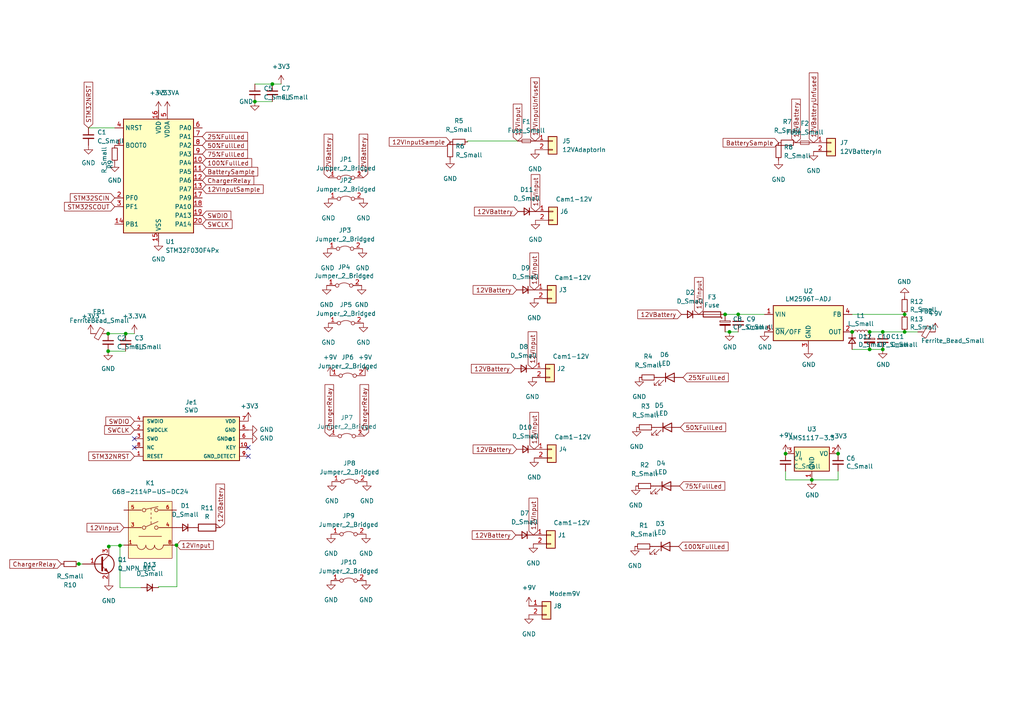
<source format=kicad_sch>
(kicad_sch (version 20211123) (generator eeschema)
  (paper "A4")
  (lib_symbols
    (symbol "Connector_Generic:Conn_01x02" (pin_names (offset 1.016) hide)
      (property "Reference" "J" (at 0 2.54 0))
      (property "Value" "Conn_01x02" (at 0 -5.08 0))
      (symbol "Conn_01x02_1_1"
        (rectangle (start -1.27 -2.413) (end 0 -2.667) (stroke (width 0.1524)))
        (rectangle (start -1.27 0.127) (end 0 -0.127) (stroke (width 0.1524)))
        (rectangle (start -1.27 1.27) (end 1.27 -3.81) (stroke (width 0.254)) (fill (type background)))
        (pin passive line (at -5.08 0 0) (length 3.81) (name "Pin_1") (number "1"))
        (pin passive line (at -5.08 -2.54 0) (length 3.81) (name "Pin_2") (number "2"))
      )
    )
    (symbol "Device:C_Small" (pin_numbers hide) (pin_names (offset 0.254) hide)
      (property "Reference" "C" (at 0.254 1.778 0))
      (property "Value" "C_Small" (at 0.254 -2.032 0))
      (symbol "C_Small_0_1"
        (polyline (pts (xy -1.524 -0.508) (xy 1.524 -0.508)) (stroke (width 0.3302)))
        (polyline (pts (xy -1.524 0.508) (xy 1.524 0.508)) (stroke (width 0.3048)))
      )
      (symbol "C_Small_1_1"
        (pin passive line (at 0 2.54 270) (length 2.032) (name "~") (number "1"))
        (pin passive line (at 0 -2.54 90) (length 2.032) (name "~") (number "2"))
      )
    )
    (symbol "Device:D_Small" (pin_numbers hide) (pin_names (offset 0.254) hide)
      (property "Reference" "D" (at -1.27 2.032 0))
      (property "Value" "D_Small" (at -3.81 -2.032 0))
      (symbol "D_Small_0_1"
        (polyline (pts (xy -0.762 -1.016) (xy -0.762 1.016)) (stroke (width 0.254)))
        (polyline (pts (xy -0.762 0) (xy 0.762 0)))
        (polyline (pts (xy 0.762 -1.016) (xy -0.762 0) (xy 0.762 1.016) (xy 0.762 -1.016)) (stroke (width 0.254)))
      )
      (symbol "D_Small_1_1"
        (pin passive line (at -2.54 0 0) (length 1.778) (name "K") (number "1"))
        (pin passive line (at 2.54 0 180) (length 1.778) (name "A") (number "2"))
      )
    )
    (symbol "Device:FerriteBead_Small" (pin_numbers hide) (pin_names (offset 0))
      (property "Reference" "FB" (at 1.905 1.27 0))
      (property "Value" "FerriteBead_Small" (at 1.905 -1.27 0))
      (symbol "FerriteBead_Small_0_1"
        (polyline (pts (xy 0 -1.27) (xy 0 -0.7874)))
        (polyline (pts (xy 0 0.889) (xy 0 1.2954)))
        (polyline (pts (xy -1.8288 0.2794) (xy -1.1176 1.4986) (xy 1.8288 -0.2032) (xy 1.1176 -1.4224) (xy -1.8288 0.2794)))
      )
      (symbol "FerriteBead_Small_1_1"
        (pin passive line (at 0 2.54 270) (length 1.27) (name "~") (number "1"))
        (pin passive line (at 0 -2.54 90) (length 1.27) (name "~") (number "2"))
      )
    )
    (symbol "Device:Fuse" (pin_numbers hide) (pin_names (offset 0))
      (property "Reference" "F" (at 2.032 0 90))
      (property "Value" "Fuse" (at -1.905 0 90))
      (symbol "Fuse_0_1"
        (rectangle (start -0.762 -2.54) (end 0.762 2.54) (stroke (width 0.254)))
        (polyline (pts (xy 0 2.54) (xy 0 -2.54)))
      )
      (symbol "Fuse_1_1"
        (pin passive line (at 0 3.81 270) (length 1.27) (name "~") (number "1"))
        (pin passive line (at 0 -3.81 90) (length 1.27) (name "~") (number "2"))
      )
    )
    (symbol "Device:Fuse_Small" (pin_numbers hide) (pin_names (offset 0.254) hide)
      (property "Reference" "F" (at 0 -1.524 0))
      (property "Value" "Fuse_Small" (at 0 1.524 0))
      (symbol "Fuse_Small_0_1"
        (rectangle (start -1.27 0.508) (end 1.27 -0.508))
        (polyline (pts (xy -1.27 0) (xy 1.27 0)))
      )
      (symbol "Fuse_Small_1_1"
        (pin passive line (at -2.54 0 0) (length 1.27) (name "~") (number "1"))
        (pin passive line (at 2.54 0 180) (length 1.27) (name "~") (number "2"))
      )
    )
    (symbol "Device:LED" (pin_numbers hide) (pin_names (offset 1.016) hide)
      (property "Reference" "D" (at 0 2.54 0))
      (property "Value" "LED" (at 0 -2.54 0))
      (symbol "LED_0_1"
        (polyline (pts (xy -1.27 -1.27) (xy -1.27 1.27)) (stroke (width 0.254)))
        (polyline (pts (xy -1.27 0) (xy 1.27 0)))
        (polyline (pts (xy 1.27 -1.27) (xy 1.27 1.27) (xy -1.27 0) (xy 1.27 -1.27)) (stroke (width 0.254)))
        (polyline (pts (xy -3.048 -0.762) (xy -4.572 -2.286) (xy -3.81 -2.286) (xy -4.572 -2.286) (xy -4.572 -1.524)))
        (polyline (pts (xy -1.778 -0.762) (xy -3.302 -2.286) (xy -2.54 -2.286) (xy -3.302 -2.286) (xy -3.302 -1.524)))
      )
      (symbol "LED_1_1"
        (pin passive line (at -3.81 0 0) (length 2.54) (name "K") (number "1"))
        (pin passive line (at 3.81 0 180) (length 2.54) (name "A") (number "2"))
      )
    )
    (symbol "Device:L_Small" (pin_numbers hide) (pin_names (offset 0.254) hide)
      (property "Reference" "L" (at 0.762 1.016 0))
      (property "Value" "L_Small" (at 0.762 -1.016 0))
      (symbol "L_Small_0_1"
        (arc (start 0 -2.032) (mid 0.508 -1.524) (end 0 -1.016))
        (arc (start 0 -1.016) (mid 0.508 -0.508) (end 0 0))
        (arc (start 0 0) (mid 0.508 0.508) (end 0 1.016))
        (arc (start 0 1.016) (mid 0.508 1.524) (end 0 2.032))
      )
      (symbol "L_Small_1_1"
        (pin passive line (at 0 2.54 270) (length 0.508) (name "~") (number "1"))
        (pin passive line (at 0 -2.54 90) (length 0.508) (name "~") (number "2"))
      )
    )
    (symbol "Device:Q_NPN_BEC" (pin_names (offset 0) hide)
      (property "Reference" "Q" (at 5.08 1.27 0))
      (property "Value" "Q_NPN_BEC" (at 5.08 -1.27 0))
      (symbol "Q_NPN_BEC_0_1"
        (polyline (pts (xy 0.635 0.635) (xy 2.54 2.54)))
        (polyline (pts (xy 0.635 -0.635) (xy 2.54 -2.54) (xy 2.54 -2.54)))
        (polyline (pts (xy 0.635 1.905) (xy 0.635 -1.905) (xy 0.635 -1.905)) (stroke (width 0.508)))
        (polyline (pts (xy 1.27 -1.778) (xy 1.778 -1.27) (xy 2.286 -2.286) (xy 1.27 -1.778) (xy 1.27 -1.778)) (fill (type outline)))
        (circle (center 1.27 0) (radius 2.8194) (stroke (width 0.254)))
      )
      (symbol "Q_NPN_BEC_1_1"
        (pin input line (at -5.08 0 0) (length 5.715) (name "B") (number "1"))
        (pin passive line (at 2.54 -5.08 90) (length 2.54) (name "E") (number "2"))
        (pin passive line (at 2.54 5.08 270) (length 2.54) (name "C") (number "3"))
      )
    )
    (symbol "Device:R" (pin_numbers hide) (pin_names (offset 0))
      (property "Reference" "R" (at 2.032 0 90))
      (property "Value" "R" (at 0 0 90))
      (symbol "R_0_1"
        (rectangle (start -1.016 -2.54) (end 1.016 2.54) (stroke (width 0.254)))
      )
      (symbol "R_1_1"
        (pin passive line (at 0 3.81 270) (length 1.27) (name "~") (number "1"))
        (pin passive line (at 0 -3.81 90) (length 1.27) (name "~") (number "2"))
      )
    )
    (symbol "Device:R_Small" (pin_numbers hide) (pin_names (offset 0.254) hide)
      (property "Reference" "R" (at 0.762 0.508 0))
      (property "Value" "R_Small" (at 0.762 -1.016 0))
      (symbol "R_Small_0_1"
        (rectangle (start -0.762 1.778) (end 0.762 -1.778) (stroke (width 0.2032)))
      )
      (symbol "R_Small_1_1"
        (pin passive line (at 0 2.54 270) (length 0.762) (name "~") (number "1"))
        (pin passive line (at 0 -2.54 90) (length 0.762) (name "~") (number "2"))
      )
    )
    (symbol "Jumper:Jumper_2_Bridged" (pin_names (offset 0) hide)
      (property "Reference" "JP" (at 0 1.905 0))
      (property "Value" "Jumper_2_Bridged" (at 0 -2.54 0))
      (symbol "Jumper_2_Bridged_0_0"
        (circle (center -2.032 0) (radius 0.508))
        (circle (center 2.032 0) (radius 0.508))
      )
      (symbol "Jumper_2_Bridged_0_1"
        (arc (start 1.524 0.254) (mid 0 0.762) (end -1.524 0.254))
      )
      (symbol "Jumper_2_Bridged_1_1"
        (pin passive line (at -5.08 0 0) (length 2.54) (name "A") (number "1"))
        (pin passive line (at 5.08 0 180) (length 2.54) (name "B") (number "2"))
      )
    )
    (symbol "MCU_ST_STM32F0:STM32F030F4Px"
      (property "Reference" "U" (at -10.16 16.51 0))
      (property "Value" "STM32F030F4Px" (at 5.08 16.51 0))
      (symbol "STM32F030F4Px_0_1"
        (rectangle (start -10.16 -17.78) (end 10.16 15.24) (stroke (width 0.254)) (fill (type background)))
      )
      (symbol "STM32F030F4Px_1_1"
        (pin input line (at -12.7 7.62 0) (length 2.54) (name "BOOT0") (number "1"))
        (pin bidirectional line (at 12.7 2.54 180) (length 2.54) (name "PA4") (number "10"))
        (pin bidirectional line (at 12.7 0 180) (length 2.54) (name "PA5") (number "11"))
        (pin bidirectional line (at 12.7 -2.54 180) (length 2.54) (name "PA6") (number "12"))
        (pin bidirectional line (at 12.7 -5.08 180) (length 2.54) (name "PA7") (number "13"))
        (pin bidirectional line (at -12.7 -15.24 0) (length 2.54) (name "PB1") (number "14"))
        (pin power_in line (at 0 -20.32 90) (length 2.54) (name "VSS") (number "15"))
        (pin power_in line (at 0 17.78 270) (length 2.54) (name "VDD") (number "16"))
        (pin bidirectional line (at 12.7 -7.62 180) (length 2.54) (name "PA9") (number "17"))
        (pin bidirectional line (at 12.7 -10.16 180) (length 2.54) (name "PA10") (number "18"))
        (pin bidirectional line (at 12.7 -12.7 180) (length 2.54) (name "PA13") (number "19"))
        (pin input line (at -12.7 -7.62 0) (length 2.54) (name "PF0") (number "2"))
        (pin bidirectional line (at 12.7 -15.24 180) (length 2.54) (name "PA14") (number "20"))
        (pin input line (at -12.7 -10.16 0) (length 2.54) (name "PF1") (number "3"))
        (pin input line (at -12.7 12.7 0) (length 2.54) (name "NRST") (number "4"))
        (pin power_in line (at 2.54 17.78 270) (length 2.54) (name "VDDA") (number "5"))
        (pin bidirectional line (at 12.7 12.7 180) (length 2.54) (name "PA0") (number "6"))
        (pin bidirectional line (at 12.7 10.16 180) (length 2.54) (name "PA1") (number "7"))
        (pin bidirectional line (at 12.7 7.62 180) (length 2.54) (name "PA2") (number "8"))
        (pin bidirectional line (at 12.7 5.08 180) (length 2.54) (name "PA3") (number "9"))
      )
    )
    (symbol "Regulator_Linear:AMS1117-3.3" (pin_names (offset 0.254))
      (property "Reference" "U" (at -3.81 3.175 0))
      (property "Value" "AMS1117-3.3" (at 0 3.175 0))
      (symbol "AMS1117-3.3_0_1"
        (rectangle (start -5.08 -5.08) (end 5.08 1.905) (stroke (width 0.254)) (fill (type background)))
      )
      (symbol "AMS1117-3.3_1_1"
        (pin power_in line (at 0 -7.62 90) (length 2.54) (name "GND") (number "1"))
        (pin power_out line (at 7.62 0 180) (length 2.54) (name "VO") (number "2"))
        (pin power_in line (at -7.62 0 0) (length 2.54) (name "VI") (number "3"))
      )
    )
    (symbol "Regulator_Switching:LM2596T-ADJ"
      (property "Reference" "U" (at -10.16 6.35 0))
      (property "Value" "LM2596T-ADJ" (at 0 6.35 0))
      (symbol "LM2596T-ADJ_0_1"
        (rectangle (start -10.16 5.08) (end 10.16 -5.08) (stroke (width 0.254)) (fill (type background)))
      )
      (symbol "LM2596T-ADJ_1_1"
        (pin power_in line (at -12.7 2.54 0) (length 2.54) (name "VIN") (number "1"))
        (pin output line (at 12.7 -2.54 180) (length 2.54) (name "OUT") (number "2"))
        (pin power_in line (at 0 -7.62 90) (length 2.54) (name "GND") (number "3"))
        (pin input line (at 12.7 2.54 180) (length 2.54) (name "FB") (number "4"))
        (pin input line (at -12.7 -2.54 0) (length 2.54) (name "~{ON}/OFF") (number "5"))
      )
    )
    (symbol "SmartPoultryFarm-rescue:CP_Small-Device" (pin_numbers hide) (pin_names (offset 0.254) hide)
      (property "Reference" "C" (at 0.254 1.778 0))
      (property "Value" "CP_Small-Device" (at 0.254 -2.032 0))
      (symbol "CP_Small-Device_0_1"
        (rectangle (start -1.524 -0.3048) (end 1.524 -0.6858) (fill (type outline)))
        (rectangle (start -1.524 0.6858) (end 1.524 0.3048))
        (polyline (pts (xy -1.27 1.524) (xy -0.762 1.524)))
        (polyline (pts (xy -1.016 1.27) (xy -1.016 1.778)))
      )
      (symbol "CP_Small-Device_1_1"
        (pin passive line (at 0 2.54 270) (length 1.8542) (name "~") (number "1"))
        (pin passive line (at 0 -2.54 90) (length 1.8542) (name "~") (number "2"))
      )
    )
    (symbol "SmartPoultryFarm-rescue:Ferrite_Bead_Small-Device" (pin_numbers hide) (pin_names (offset 0))
      (property "Reference" "FB" (at 1.905 1.27 0))
      (property "Value" "Ferrite_Bead_Small-Device" (at 1.905 -1.27 0))
      (symbol "Ferrite_Bead_Small-Device_0_1"
        (polyline (pts (xy 0 -1.27) (xy 0 -0.7874)))
        (polyline (pts (xy 0 0.889) (xy 0 1.2954)))
        (polyline (pts (xy -1.8288 0.2794) (xy -1.1176 1.4986) (xy 1.8288 -0.2032) (xy 1.1176 -1.4224) (xy -1.8288 0.2794)))
      )
      (symbol "Ferrite_Bead_Small-Device_1_1"
        (pin passive line (at 0 2.54 270) (length 1.27) (name "~") (number "1"))
        (pin passive line (at 0 -2.54 90) (length 1.27) (name "~") (number "2"))
      )
    )
    (symbol "SmartPoultryFarm-rescue:SWD-SWD" (pin_names (offset 1.016))
      (property "Reference" "J2" (at 0 10.5918 0))
      (property "Value" "SWD" (at 0 8.2804 0))
      (symbol "SWD-SWD_0_0"
        (rectangle (start -13.97 -6.35) (end 13.97 6.35) (stroke (width 0.254)) (fill (type background)))
        (pin bidirectional line (at -16.51 -5.08 0) (length 2.54) (name "RESET") (number "1"))
        (pin bidirectional line (at 16.51 -2.54 180) (length 2.54) (name "KEY") (number "10"))
        (pin bidirectional line (at -16.51 2.54 0) (length 2.54) (name "SWDCLK") (number "2"))
        (pin bidirectional line (at -16.51 0 0) (length 2.54) (name "SWO") (number "3"))
        (pin bidirectional line (at -16.51 5.08 0) (length 2.54) (name "SWDIO") (number "4"))
        (pin bidirectional line (at 16.51 2.54 180) (length 2.54) (name "GND") (number "5"))
        (pin bidirectional line (at 16.51 0 180) (length 2.54) (name "GND@1") (number "6"))
        (pin bidirectional line (at 16.51 5.08 180) (length 2.54) (name "VDD") (number "7"))
        (pin bidirectional line (at -16.51 -2.54 0) (length 2.54) (name "NC") (number "8"))
        (pin bidirectional line (at 16.51 -5.08 180) (length 2.54) (name "GND_DETECT") (number "9"))
      )
    )
    (symbol "eec:G6B-2114P-US-DC24" (pin_names (offset 1.016))
      (property "Reference" "K?" (at 10.16 5.842 0))
      (property "Value" "G6B-2114P-US-DC24" (at 10.16 3.302 0))
      (symbol "G6B-2114P-US-DC24_0_1"
        (rectangle (start 16.51 2.54) (end 3.81 -13.97) (fill (type background)))
      )
      (symbol "G6B-2114P-US-DC24_1_1"
        (polyline (pts (xy 8.89 -4.826) (xy 12.446 -3.302)))
        (polyline (pts (xy 8.89 0.254) (xy 12.446 1.016)))
        (polyline (pts (xy 10.414 -3.302) (xy 10.414 -4.064)))
        (polyline (pts (xy 10.414 -2.032) (xy 10.414 -2.54)))
        (polyline (pts (xy 10.414 -0.762) (xy 10.414 -1.27)))
        (polyline (pts (xy 10.414 0.508) (xy 10.414 0)))
        (polyline (pts (xy 13.462 -7.62) (xy 6.858 -7.62)))
        (arc (start 6.35 -10.16) (mid 7.62 -11.43) (end 8.89 -10.16))
        (circle (center 8.382 -5.08) (radius 0.508))
        (circle (center 8.382 0) (radius 0.508))
        (arc (start 8.89 -10.16) (mid 10.16 -11.43) (end 11.43 -10.16))
        (arc (start 11.43 -10.16) (mid 12.7 -11.43) (end 13.97 -10.16))
        (circle (center 11.938 -5.08) (radius 0.508))
        (circle (center 11.938 0) (radius 0.508))
        (pin passive line (at 2.54 -10.16 0) (length 3.81) (name "1") (number "1"))
        (pin passive line (at 2.54 -5.08 0) (length 5.08) (name "3") (number "3"))
        (pin passive line (at 17.78 -5.08 180) (length 5.08) (name "4") (number "4"))
        (pin passive line (at 2.54 0 0) (length 5.08) (name "5") (number "5"))
        (pin passive line (at 17.78 0 180) (length 5.08) (name "6") (number "6"))
        (pin passive line (at 17.78 -10.16 180) (length 3.81) (name "8") (number "8"))
      )
    )
    (symbol "power:+3.3V" (power) (pin_names (offset 0))
      (property "Value" "+3.3V" (at 0 3.556 0))
      (symbol "+3.3V_0_1"
        (polyline (pts (xy -0.762 1.27) (xy 0 2.54)))
        (polyline (pts (xy 0 0) (xy 0 2.54)))
        (polyline (pts (xy 0 2.54) (xy 0.762 1.27)))
      )
      (symbol "+3.3V_1_1"
        (pin power_in line (at 0 0 90) (length 0) hide (name "+3V3") (number "1"))
      )
    )
    (symbol "power:+3.3VA" (power) (pin_names (offset 0))
      (property "Value" "+3.3VA" (at 0 3.556 0))
      (symbol "+3.3VA_0_1"
        (polyline (pts (xy -0.762 1.27) (xy 0 2.54)))
        (polyline (pts (xy 0 0) (xy 0 2.54)))
        (polyline (pts (xy 0 2.54) (xy 0.762 1.27)))
      )
      (symbol "+3.3VA_1_1"
        (pin power_in line (at 0 0 90) (length 0) hide (name "+3.3VA") (number "1"))
      )
    )
    (symbol "power:+9V" (power) (pin_names (offset 0))
      (property "Value" "+9V" (at 0 3.556 0))
      (symbol "+9V_0_1"
        (polyline (pts (xy -0.762 1.27) (xy 0 2.54)))
        (polyline (pts (xy 0 0) (xy 0 2.54)))
        (polyline (pts (xy 0 2.54) (xy 0.762 1.27)))
      )
      (symbol "+9V_1_1"
        (pin power_in line (at 0 0 90) (length 0) hide (name "+9V") (number "1"))
      )
    )
    (symbol "power:GND" (power) (pin_names (offset 0))
      (property "Value" "GND" (at 0 -3.81 0))
      (symbol "GND_0_1"
        (polyline (pts (xy 0 0) (xy 0 -1.27) (xy 1.27 -1.27) (xy 0 -2.54) (xy -1.27 -1.27) (xy 0 -1.27)))
      )
      (symbol "GND_1_1"
        (pin power_in line (at 0 0 270) (length 0) hide (name "GND") (number "1"))
      )
    )
  )
  (junction (at 31.369 96.774))
  (junction (at 252.222 96.266))
  (junction (at 31.369 101.854))
  (junction (at 51.181 158.115))
  (junction (at 262.382 96.266))
  (junction (at 73.914 29.464))
  (junction (at 256.032 96.266))
  (junction (at 36.449 96.774))
  (junction (at 227.838 131.572))
  (junction (at 210.312 91.186))
  (junction (at 34.798 158.242))
  (junction (at 211.582 96.266))
  (junction (at 214.122 91.186))
  (junction (at 262.382 91.186))
  (junction (at 256.032 101.346))
  (junction (at 235.458 139.192))
  (junction (at 243.078 131.572))
  (junction (at 31.5514 158.5101))
  (junction (at 22.86 163.576))
  (junction (at 247.142 96.266))
  (junction (at 78.994 24.384))
  (junction (at 252.222 101.346))
  (no_connect (at 72.009 129.794))
  (no_connect (at 38.989 129.794))
  (no_connect (at 72.009 132.334))
  (no_connect (at 38.989 127.254))
  (wire (pts (xy 45.974 170.18) (xy 45.974 170.434)))
  (wire (pts (xy 23.9314 163.5901) (xy 22.86 163.5901)))
  (wire (pts (xy 36.449 96.774) (xy 38.989 96.774)))
  (wire (pts (xy 247.142 91.186) (xy 262.382 91.186)))
  (wire (pts (xy 243.078 136.652) (xy 243.078 139.192)))
  (wire (pts (xy 252.222 101.346) (xy 247.142 101.346)))
  (wire (pts (xy 34.798 158.242) (xy 31.5514 158.242)))
  (wire (pts (xy 256.032 96.266) (xy 252.222 96.266)))
  (wire (pts (xy 73.914 24.384) (xy 78.994 24.384)))
  (wire (pts (xy 31.5514 158.242) (xy 31.5514 158.5101)))
  (wire (pts (xy 35.941 158.115) (xy 34.798 158.115)))
  (wire (pts (xy 51.308 170.18) (xy 51.308 158.115)))
  (wire (pts (xy 31.369 96.774) (xy 36.449 96.774)))
  (wire (pts (xy 256.032 96.266) (xy 262.382 96.266)))
  (wire (pts (xy 150.114 40.894) (xy 135.636 40.894)))
  (wire (pts (xy 214.122 91.186) (xy 221.742 91.186)))
  (wire (pts (xy 235.458 139.192) (xy 227.838 139.192)))
  (wire (pts (xy 31.5514 158.5101) (xy 31.5514 158.75)))
  (wire (pts (xy 25.654 37.084) (xy 33.274 37.084)))
  (wire (pts (xy 78.994 24.384) (xy 81.534 24.384)))
  (wire (pts (xy 243.078 139.192) (xy 235.458 139.192)))
  (wire (pts (xy 73.914 29.464) (xy 78.994 29.464)))
  (wire (pts (xy 34.798 158.242) (xy 34.798 170.434)))
  (wire (pts (xy 34.798 158.115) (xy 34.798 158.242)))
  (wire (pts (xy 210.312 91.186) (xy 214.122 91.186)))
  (wire (pts (xy 211.582 96.266) (xy 210.312 96.266)))
  (wire (pts (xy 214.122 96.266) (xy 211.582 96.266)))
  (wire (pts (xy 51.308 170.18) (xy 45.974 170.18)))
  (wire (pts (xy 31.369 101.854) (xy 36.449 101.854)))
  (wire (pts (xy 227.838 136.652) (xy 227.838 139.192)))
  (wire (pts (xy 135.636 40.894) (xy 135.636 41.148)))
  (wire (pts (xy 22.86 163.5901) (xy 22.86 163.576)))
  (wire (pts (xy 256.032 101.346) (xy 252.222 101.346)))
  (wire (pts (xy 266.192 96.266) (xy 262.382 96.266)))
  (wire (pts (xy 34.798 170.434) (xy 40.894 170.434)))
  (wire (pts (xy 51.181 158.115) (xy 51.308 158.115)))
  (global_label "12VBattery" (shape input) (at 149.86 130.302 180) (property "Intersheet References" "${INTERSHEET_REFS}" (effects hide)))
  (global_label "100%FullLed" (shape input) (at 196.85 158.496 0) (property "Intersheet References" "${INTERSHEET_REFS}" (effects hide)))
  (global_label "12VBattery" (shape input) (at 63.881 153.035 90) (property "Intersheet References" "${INTERSHEET_REFS}" (effects hide)))
  (global_label "12VBattery" (shape input) (at 149.606 155.194 180) (property "Intersheet References" "${INTERSHEET_REFS}" (effects hide)))
  (global_label "12VInput" (shape input) (at 202.692 91.186 90) (property "Intersheet References" "${INTERSHEET_REFS}" (effects hide)))
  (global_label "BatterySample" (shape input) (at 58.674 49.784 0) (property "Intersheet References" "${INTERSHEET_REFS}" (effects hide)))
  (global_label "12VInput" (shape input) (at 154.686 155.194 90) (property "Intersheet References" "${INTERSHEET_REFS}" (effects hide)))
  (global_label "12VInput" (shape input) (at 51.181 158.115 0) (property "Intersheet References" "${INTERSHEET_REFS}" (effects hide)))
  (global_label "25%FullLed" (shape input) (at 198.12 109.474 0) (property "Intersheet References" "${INTERSHEET_REFS}" (effects hide)))
  (global_label "12VInput" (shape input) (at 155.321 61.341 90) (property "Intersheet References" "${INTERSHEET_REFS}" (effects hide)))
  (global_label "12VInputSample" (shape input) (at 130.556 41.148 180) (property "Intersheet References" "${INTERSHEET_REFS}" (effects hide)))
  (global_label "75%FullLed" (shape input) (at 58.674 44.704 0) (property "Intersheet References" "${INTERSHEET_REFS}" (effects hide)))
  (global_label "STM32SCIN" (shape input) (at 33.274 57.404 180) (property "Intersheet References" "${INTERSHEET_REFS}" (effects hide)))
  (global_label "12VInputSample" (shape input) (at 58.674 54.864 0) (property "Intersheet References" "${INTERSHEET_REFS}" (effects hide)))
  (global_label "12VBattery" (shape input) (at 230.886 41.402 90) (property "Intersheet References" "${INTERSHEET_REFS}" (effects hide)))
  (global_label "12VInputUnfused" (shape input) (at 155.194 40.894 90) (property "Intersheet References" "${INTERSHEET_REFS}" (effects hide)))
  (global_label "ChargerRelay" (shape input) (at 105.664 126.492 90) (property "Intersheet References" "${INTERSHEET_REFS}" (effects hide)))
  (global_label "12VBattery" (shape input) (at 149.352 106.934 180) (property "Intersheet References" "${INTERSHEET_REFS}" (effects hide)))
  (global_label "12VBattery" (shape input) (at 150.241 61.341 180) (property "Intersheet References" "${INTERSHEET_REFS}" (effects hide)))
  (global_label "12VInput" (shape input) (at 35.941 153.035 180) (property "Intersheet References" "${INTERSHEET_REFS}" (effects hide)))
  (global_label "12VBatteryUnfused" (shape input) (at 235.966 41.402 90) (property "Intersheet References" "${INTERSHEET_REFS}" (effects hide)))
  (global_label "12VBattery" (shape input) (at 149.86 84.074 180) (property "Intersheet References" "${INTERSHEET_REFS}" (effects hide)))
  (global_label "ChargerRelay" (shape input) (at 58.674 52.324 0) (property "Intersheet References" "${INTERSHEET_REFS}" (effects hide)))
  (global_label "25%FullLed" (shape input) (at 58.674 39.624 0) (property "Intersheet References" "${INTERSHEET_REFS}" (effects hide)))
  (global_label "SWDIO" (shape input) (at 38.989 122.174 180) (property "Intersheet References" "${INTERSHEET_REFS}" (effects hide)))
  (global_label "STM32NRST" (shape input) (at 38.989 132.334 180) (property "Intersheet References" "${INTERSHEET_REFS}" (effects hide)))
  (global_label "12VInput" (shape input) (at 154.94 130.302 90) (property "Intersheet References" "${INTERSHEET_REFS}" (effects hide)))
  (global_label "12VInput" (shape input) (at 154.94 84.074 90) (property "Intersheet References" "${INTERSHEET_REFS}" (effects hide)))
  (global_label "12VBattery" (shape input) (at 197.612 91.186 180) (property "Intersheet References" "${INTERSHEET_REFS}" (effects hide)))
  (global_label "SWDIO" (shape input) (at 58.674 62.484 0) (property "Intersheet References" "${INTERSHEET_REFS}" (effects hide)))
  (global_label "ChargerRelay" (shape input) (at 95.504 126.492 90) (property "Intersheet References" "${INTERSHEET_REFS}" (effects hide)))
  (global_label "12VBattery" (shape input) (at 105.41 51.562 90) (property "Intersheet References" "${INTERSHEET_REFS}" (effects hide)))
  (global_label "50%FullLed" (shape input) (at 58.674 42.164 0) (property "Intersheet References" "${INTERSHEET_REFS}" (effects hide)))
  (global_label "STM32SCOUT" (shape input) (at 33.274 59.944 180) (property "Intersheet References" "${INTERSHEET_REFS}" (effects hide)))
  (global_label "SWCLK" (shape input) (at 58.674 65.024 0) (property "Intersheet References" "${INTERSHEET_REFS}" (effects hide)))
  (global_label "SWCLK" (shape input) (at 38.989 124.714 180) (property "Intersheet References" "${INTERSHEET_REFS}" (effects hide)))
  (global_label "50%FullLed" (shape input) (at 197.358 123.952 0) (property "Intersheet References" "${INTERSHEET_REFS}" (effects hide)))
  (global_label "STM32NRST" (shape input) (at 25.654 37.084 90) (property "Intersheet References" "${INTERSHEET_REFS}" (effects hide)))
  (global_label "100%FullLed" (shape input) (at 58.674 47.244 0) (property "Intersheet References" "${INTERSHEET_REFS}" (effects hide)))
  (global_label "BatterySample" (shape input) (at 225.806 41.402 180) (property "Intersheet References" "${INTERSHEET_REFS}" (effects hide)))
  (global_label "12VInput" (shape input) (at 150.114 40.894 90) (property "Intersheet References" "${INTERSHEET_REFS}" (effects hide)))
  (global_label "ChargerRelay" (shape input) (at 17.78 163.576 180) (property "Intersheet References" "${INTERSHEET_REFS}" (effects hide)))
  (global_label "12VBattery" (shape input) (at 95.25 51.562 90) (property "Intersheet References" "${INTERSHEET_REFS}" (effects hide)))
  (global_label "12VInput" (shape input) (at 154.432 106.934 90) (property "Intersheet References" "${INTERSHEET_REFS}" (effects hide)))
  (global_label "75%FullLed" (shape input) (at 197.104 140.97 0) (property "Intersheet References" "${INTERSHEET_REFS}" (effects hide)))
  (symbol (lib_id "Device:R_Small") (at 186.944 140.97 90) (unit 1)
    (property "Reference" "R2" (at 186.944 134.874 90))
    (property "Value" "R_Small" (at 186.944 137.414 90))
    (property "Footprint" "Resistor_SMD:R_1206_3216Metric_Pad1.30x1.75mm_HandSolder" (effects hide))
  )
  (symbol (lib_id "Device:R_Small") (at 187.198 123.952 90) (unit 1)
    (property "Reference" "R3" (at 187.198 117.856 90))
    (property "Value" "R_Small" (at 187.198 120.396 90))
    (property "Footprint" "Resistor_SMD:R_1206_3216Metric_Pad1.30x1.75mm_HandSolder" (effects hide))
  )
  (symbol (lib_id "Device:D_Small") (at 152.146 155.194 180) (unit 1)
    (property "Reference" "D7" (at 152.146 148.844 0))
    (property "Value" "D_Small" (at 152.146 151.384 0))
    (property "Footprint" "Diode_SMD:D_SMA_Handsoldering" (effects hide))
  )
  (symbol (lib_id "power:GND") (at 72.009 124.714 90) (unit 1)
    (property "Reference" "#PWR0132" (effects hide))
    (property "Value" "GND" (at 75.2602 124.587 90) (effects (justify right)))
  )
  (symbol (lib_id "power:GND") (at 96.012 168.402 0) (unit 1)
    (property "Reference" "#PWR0154" (effects hide))
    (property "Value" "GND" (at 96.012 173.99 0))
  )
  (symbol (lib_id "Device:D_Small") (at 200.152 91.186 180) (unit 1)
    (property "Reference" "D2" (at 200.152 84.836 0))
    (property "Value" "D_Small" (at 200.152 87.376 0))
    (property "Footprint" "Diode_SMD:D_SMA_Handsoldering" (effects hide))
  )
  (symbol (lib_id "power:+3.3V") (at 81.534 24.384 0) (unit 1)
    (property "Reference" "#PWR0121" (effects hide))
    (property "Value" "+3.3V" (at 81.534 19.304 0))
  )
  (symbol (lib_id "power:GND") (at 25.654 42.164 0) (unit 1)
    (property "Reference" "#PWR0127" (effects hide))
    (property "Value" "GND" (at 25.654 47.244 0))
  )
  (symbol (lib_id "Device:D_Small") (at 152.4 84.074 180) (unit 1)
    (property "Reference" "D9" (at 152.4 77.724 0))
    (property "Value" "D_Small" (at 152.4 80.264 0))
    (property "Footprint" "Diode_SMD:D_SMA_Handsoldering" (effects hide))
  )
  (symbol (lib_id "Connector_Generic:Conn_01x02") (at 241.046 41.402 0) (unit 1)
    (property "Reference" "J7" (at 243.586 41.4019 0) (effects (justify left)))
    (property "Value" "12VBatteryIn" (at 243.586 43.9419 0) (effects (justify left)))
    (property "Footprint" "Connector_Phoenix_MSTB:PhoenixContact_MSTBA_2,5_2-G_1x02_P5.00mm_Horizontal" (effects hide))
  )
  (symbol (lib_id "Connector_Generic:Conn_01x02") (at 160.274 40.894 0) (unit 1)
    (property "Reference" "J5" (at 163.068 40.8939 0) (effects (justify left)))
    (property "Value" "12VAdaptorIn" (at 163.068 43.4339 0) (effects (justify left)))
    (property "Footprint" "Connector_Phoenix_MSTB:PhoenixContact_MSTBA_2,5_2-G_1x02_P5.00mm_Horizontal" (effects hide))
  )
  (symbol (lib_id "power:+9V") (at 271.272 96.266 0) (unit 1)
    (property "Reference" "#PWR0120" (effects hide))
    (property "Value" "+9V" (at 271.272 90.932 0))
  )
  (symbol (lib_id "Device:C_Small") (at 78.994 26.924 0) (unit 1)
    (property "Reference" "C7" (at 81.534 25.6602 0) (effects (justify left)))
    (property "Value" "C_Small" (at 81.534 28.2002 0) (effects (justify left)))
    (property "Footprint" "Capacitor_SMD:C_1206_3216Metric_Pad1.33x1.80mm_HandSolder" (effects hide))
  )
  (symbol (lib_id "power:GND") (at 235.966 43.942 0) (unit 1)
    (property "Reference" "#PWR0109" (effects hide))
    (property "Value" "GND" (at 235.966 49.53 0))
  )
  (symbol (lib_id "power:+3.3V") (at 45.974 32.004 0) (unit 1)
    (property "Reference" "#PWR0124" (effects hide))
    (property "Value" "+3.3V" (at 45.974 26.924 0))
  )
  (symbol (lib_id "power:GND") (at 106.172 154.94 0) (unit 1)
    (property "Reference" "#PWR0151" (effects hide))
    (property "Value" "GND" (at 106.172 160.528 0))
  )
  (symbol (lib_id "Device:R_Small") (at 262.382 93.726 0) (unit 1)
    (property "Reference" "R13" (at 263.8806 92.5576 0) (effects (justify left)))
    (property "Value" "R_Small" (at 263.8806 94.869 0) (effects (justify left)))
    (property "Footprint" "Resistor_SMD:R_1206_3216Metric_Pad1.30x1.75mm_HandSolder" (effects hide))
  )
  (symbol (lib_id "power:GND") (at 94.742 82.804 0) (unit 1)
    (property "Reference" "#PWR0142" (effects hide))
    (property "Value" "GND" (at 94.742 88.392 0))
  )
  (symbol (lib_id "power:GND") (at 154.686 157.734 0) (unit 1)
    (property "Reference" "#PWR0107" (effects hide))
    (property "Value" "GND" (at 154.686 163.322 0))
  )
  (symbol (lib_id "SmartPoultryFarm-rescue:CP_Small-Device") (at 252.222 98.806 0) (unit 1)
    (property "Reference" "C10" (at 254.4572 97.6376 0) (effects (justify left)))
    (property "Value" "CP_Small" (at 254.4572 99.949 0) (effects (justify left)))
    (property "Footprint" "Capacitor_SMD:CP_Elec_10x10" (effects hide))
  )
  (symbol (lib_id "SmartPoultryFarm-rescue:Ferrite_Bead_Small-Device") (at 268.732 96.266 270) (unit 1)
    (property "Reference" "FB2" (at 268.732 90.2462 90))
    (property "Value" "Ferrite_Bead_Small" (at 276.352 98.806 90))
    (property "Footprint" "Capacitor_SMD:C_1206_3216Metric_Pad1.33x1.80mm_HandSolder" (effects hide))
  )
  (symbol (lib_id "Device:D_Small") (at 151.892 106.934 180) (unit 1)
    (property "Reference" "D8" (at 151.892 100.584 0))
    (property "Value" "D_Small" (at 151.892 103.124 0))
    (property "Footprint" "Diode_SMD:D_SMA_Handsoldering" (effects hide))
  )
  (symbol (lib_id "Regulator_Switching:LM2596T-ADJ") (at 234.442 93.726 0) (unit 1)
    (property "Reference" "U2" (at 234.442 84.4042 0))
    (property "Value" "LM2596T-ADJ" (at 234.442 86.7156 0))
    (property "Footprint" "Package_TO_SOT_SMD:TO-263-5_TabPin3" (effects hide))
    (property "Datasheet" "http://www.ti.com/lit/ds/symlink/lm2596.pdf" (effects hide))
  )
  (symbol (lib_id "Jumper:Jumper_2_Bridged") (at 99.822 82.804 0) (unit 1)
    (property "Reference" "JP4" (at 99.822 77.47 0))
    (property "Value" "Jumper_2_Bridged" (at 99.822 80.01 0))
    (property "Footprint" "Resistor_SMD:R_1206_3216Metric_Pad1.30x1.75mm_HandSolder" (effects hide))
  )
  (symbol (lib_id "Regulator_Linear:AMS1117-3.3") (at 235.458 131.572 0) (unit 1)
    (property "Reference" "U3" (at 235.458 124.46 0))
    (property "Value" "AMS1117-3.3" (at 235.458 127 0))
    (property "Footprint" "Package_TO_SOT_SMD:SOT-223-3_TabPin2" (effects hide))
    (property "Datasheet" "http://www.advanced-monolithic.com/pdf/ds1117.pdf" (effects hide))
  )
  (symbol (lib_id "power:GND") (at 106.426 139.7 0) (unit 1)
    (property "Reference" "#PWR0150" (effects hide))
    (property "Value" "GND" (at 106.426 145.288 0))
  )
  (symbol (lib_id "Device:R_Small") (at 20.32 163.576 270) (unit 1)
    (property "Reference" "R10" (at 20.32 169.672 90))
    (property "Value" "R_Small" (at 20.32 167.132 90))
    (property "Footprint" "Resistor_SMD:R_1206_3216Metric_Pad1.30x1.75mm_HandSolder" (effects hide))
  )
  (symbol (lib_id "power:+9V") (at 105.918 108.966 0) (unit 1)
    (property "Reference" "#PWR0146" (effects hide))
    (property "Value" "+9V" (at 105.918 103.632 0))
  )
  (symbol (lib_id "Device:D_Small") (at 152.4 130.302 180) (unit 1)
    (property "Reference" "D10" (at 152.4 123.952 0))
    (property "Value" "D_Small" (at 152.4 126.492 0))
    (property "Footprint" "Diode_SMD:D_SMA_Handsoldering" (effects hide))
  )
  (symbol (lib_id "power:GND") (at 185.42 109.474 0) (unit 1)
    (property "Reference" "#PWR0113" (effects hide))
    (property "Value" "GND" (at 185.42 115.062 0))
  )
  (symbol (lib_id "power:GND") (at 154.432 109.474 0) (unit 1)
    (property "Reference" "#PWR0103" (effects hide))
    (property "Value" "GND" (at 154.432 115.062 0))
  )
  (symbol (lib_id "power:GND") (at 154.94 86.614 0) (unit 1)
    (property "Reference" "#PWR0102" (effects hide))
    (property "Value" "GND" (at 154.94 92.202 0))
  )
  (symbol (lib_id "power:GND") (at 211.582 96.266 0) (unit 1)
    (property "Reference" "#PWR0115" (effects hide))
    (property "Value" "GND" (at 211.709 100.6602 0))
  )
  (symbol (lib_id "Jumper:Jumper_2_Bridged") (at 101.092 168.402 0) (unit 1)
    (property "Reference" "JP10" (at 101.092 163.068 0))
    (property "Value" "Jumper_2_Bridged" (at 101.092 165.608 0))
    (property "Footprint" "Resistor_SMD:R_1206_3216Metric_Pad1.30x1.75mm_HandSolder" (effects hide))
  )
  (symbol (lib_id "Device:R_Small") (at 225.806 43.942 180) (unit 1)
    (property "Reference" "R8" (at 227.33 42.6719 0) (effects (justify right)))
    (property "Value" "R_Small" (at 227.33 45.2119 0) (effects (justify right)))
    (property "Footprint" "Resistor_SMD:R_1206_3216Metric_Pad1.30x1.75mm_HandSolder" (effects hide))
  )
  (symbol (lib_id "power:GND") (at 95.25 93.726 0) (unit 1)
    (property "Reference" "#PWR0145" (effects hide))
    (property "Value" "GND" (at 95.25 99.314 0))
  )
  (symbol (lib_id "power:GND") (at 31.369 101.854 0) (unit 1)
    (property "Reference" "#PWR0131" (effects hide))
    (property "Value" "GND" (at 31.369 106.934 0))
  )
  (symbol (lib_id "power:GND") (at 105.156 72.136 0) (unit 1)
    (property "Reference" "#PWR0141" (effects hide))
    (property "Value" "GND" (at 105.156 77.724 0))
  )
  (symbol (lib_id "Device:C_Small") (at 227.838 134.112 0) (unit 1)
    (property "Reference" "C4" (at 230.1748 132.9436 0) (effects (justify left)))
    (property "Value" "C_Small" (at 230.1748 135.255 0) (effects (justify left)))
    (property "Footprint" "Capacitor_SMD:C_1206_3216Metric_Pad1.33x1.80mm_HandSolder" (effects hide))
  )
  (symbol (lib_id "power:GND") (at 155.321 63.881 0) (unit 1)
    (property "Reference" "#PWR0104" (effects hide))
    (property "Value" "GND" (at 155.321 69.469 0))
  )
  (symbol (lib_id "power:+3.3VA") (at 48.514 32.004 0) (unit 1)
    (property "Reference" "#PWR0125" (effects hide))
    (property "Value" "+3.3VA" (at 48.514 26.924 0))
  )
  (symbol (lib_id "Device:C_Small") (at 256.032 98.806 0) (unit 1)
    (property "Reference" "C11" (at 258.3688 97.6376 0) (effects (justify left)))
    (property "Value" "C_Small" (at 258.3688 99.949 0) (effects (justify left)))
    (property "Footprint" "Capacitor_SMD:C_1206_3216Metric_Pad1.33x1.80mm_HandSolder" (effects hide))
  )
  (symbol (lib_id "Device:C_Small") (at 214.122 93.726 0) (unit 1)
    (property "Reference" "C9" (at 216.4588 92.5576 0) (effects (justify left)))
    (property "Value" "C_Small" (at 216.4588 94.869 0) (effects (justify left)))
    (property "Footprint" "Capacitor_SMD:C_1206_3216Metric_Pad1.33x1.80mm_HandSolder" (effects hide))
  )
  (symbol (lib_id "Connector_Generic:Conn_01x02") (at 159.766 155.194 0) (unit 1)
    (property "Reference" "J1" (at 161.798 155.1939 0) (effects (justify left)))
    (property "Value" "Cam1-12V" (at 160.528 151.638 0) (effects (justify left)))
    (property "Footprint" "Connector_Phoenix_MSTB:PhoenixContact_MSTBA_2,5_2-G_1x02_P5.00mm_Horizontal" (effects hide))
  )
  (symbol (lib_id "power:GND") (at 221.742 96.266 0) (unit 1)
    (property "Reference" "#PWR0116" (effects hide))
    (property "Value" "GND" (at 221.869 100.6602 0))
  )
  (symbol (lib_id "Device:R_Small") (at 133.096 41.148 90) (unit 1)
    (property "Reference" "R5" (at 133.096 35.052 90))
    (property "Value" "R_Small" (at 133.096 37.592 90))
    (property "Footprint" "Resistor_SMD:R_1206_3216Metric_Pad1.30x1.75mm_HandSolder" (effects hide))
  )
  (symbol (lib_id "power:GND") (at 235.458 139.192 0) (unit 1)
    (property "Reference" "#PWR0126" (effects hide))
    (property "Value" "GND" (at 235.585 143.5862 0))
  )
  (symbol (lib_id "Connector_Generic:Conn_01x02") (at 158.496 175.768 0) (unit 1)
    (property "Reference" "J8" (at 160.528 175.7679 0) (effects (justify left)))
    (property "Value" "Modem9V" (at 159.258 172.212 0) (effects (justify left)))
    (property "Footprint" "Connector_Phoenix_MSTB:PhoenixContact_MSTBA_2,5_2-G_1x02_P5.00mm_Horizontal" (effects hide))
  )
  (symbol (lib_id "power:+3.3VA") (at 38.989 96.774 0) (unit 1)
    (property "Reference" "#PWR0135" (effects hide))
    (property "Value" "+3.3VA" (at 38.989 91.694 0))
  )
  (symbol (lib_id "power:GND") (at 234.442 101.346 0) (unit 1)
    (property "Reference" "#PWR0117" (effects hide))
    (property "Value" "GND" (at 234.569 105.7402 0))
  )
  (symbol (lib_id "Device:R_Small") (at 33.274 44.704 180) (unit 1)
    (property "Reference" "R9" (at 31.9585 47.7144 90))
    (property "Value" "R_Small" (at 30.2157 46.4469 90))
    (property "Footprint" "Resistor_SMD:R_1206_3216Metric_Pad1.30x1.75mm_HandSolder" (effects hide))
  )
  (symbol (lib_id "MCU_ST_STM32F0:STM32F030F4Px") (at 45.974 49.784 0) (unit 1)
    (property "Reference" "U1" (at 47.9934 70.104 0) (effects (justify left)))
    (property "Value" "STM32F030F4Px" (at 47.9934 72.644 0) (effects (justify left)))
    (property "Footprint" "Package_SO:TSSOP-20_4.4x6.5mm_P0.65mm" (effects hide))
    (property "Datasheet" "http://www.st.com/st-web-ui/static/active/en/resource/technical/document/datasheet/DM00088500.pdf" (effects hide))
  )
  (symbol (lib_id "power:GND") (at 73.914 29.464 0) (unit 1)
    (property "Reference" "#PWR0123" (effects hide))
    (property "Value" "GND" (at 71.374 29.464 0))
  )
  (symbol (lib_id "Connector_Generic:Conn_01x02") (at 160.02 130.302 0) (unit 1)
    (property "Reference" "J4" (at 162.052 130.3019 0) (effects (justify left)))
    (property "Value" "Cam1-12V" (at 160.782 126.746 0) (effects (justify left)))
    (property "Footprint" "Connector_Phoenix_MSTB:PhoenixContact_MSTBA_2,5_2-G_1x02_P5.00mm_Horizontal" (effects hide))
  )
  (symbol (lib_id "Device:Fuse") (at 206.502 91.186 270) (unit 1)
    (property "Reference" "F3" (at 206.502 86.1822 90))
    (property "Value" "Fuse" (at 206.502 88.4936 90))
    (property "Footprint" "Fuse:Fuse_1206_3216Metric_Pad1.42x1.75mm_HandSolder" (effects hide))
  )
  (symbol (lib_id "power:GND") (at 155.194 43.434 0) (unit 1)
    (property "Reference" "#PWR0101" (effects hide))
    (property "Value" "GND" (at 155.194 49.022 0))
  )
  (symbol (lib_id "Device:LED") (at 194.31 109.474 0) (unit 1)
    (property "Reference" "D6" (at 192.7225 102.87 0))
    (property "Value" "LED" (at 192.7225 105.41 0))
    (property "Footprint" "LED_SMD:LED_1206_3216Metric_Pad1.42x1.75mm_HandSolder" (effects hide))
  )
  (symbol (lib_id "Connector_Generic:Conn_01x02") (at 160.401 61.341 0) (unit 1)
    (property "Reference" "J6" (at 162.433 61.3409 0) (effects (justify left)))
    (property "Value" "Cam1-12V" (at 161.163 57.785 0) (effects (justify left)))
    (property "Footprint" "Connector_Phoenix_MSTB:PhoenixContact_MSTBA_2,5_2-G_1x02_P5.00mm_Horizontal" (effects hide))
  )
  (symbol (lib_id "power:GND") (at 104.902 82.804 0) (unit 1)
    (property "Reference" "#PWR0143" (effects hide))
    (property "Value" "GND" (at 104.902 88.392 0))
  )
  (symbol (lib_id "Device:C_Small") (at 31.369 99.314 0) (unit 1)
    (property "Reference" "C2" (at 33.909 98.0502 0) (effects (justify left)))
    (property "Value" "C_Small" (at 33.909 100.5902 0) (effects (justify left)))
    (property "Footprint" "Capacitor_SMD:C_1206_3216Metric_Pad1.33x1.80mm_HandSolder" (effects hide))
  )
  (symbol (lib_id "Connector_Generic:Conn_01x02") (at 160.02 84.074 0) (unit 1)
    (property "Reference" "J3" (at 162.052 84.0739 0) (effects (justify left)))
    (property "Value" "Cam1-12V" (at 160.782 80.518 0) (effects (justify left)))
    (property "Footprint" "Connector_Phoenix_MSTB:PhoenixContact_MSTBA_2,5_2-G_1x02_P5.00mm_Horizontal" (effects hide))
  )
  (symbol (lib_id "power:+9V") (at 95.758 108.966 0) (unit 1)
    (property "Reference" "#PWR0147" (effects hide))
    (property "Value" "+9V" (at 95.758 103.632 0))
  )
  (symbol (lib_id "power:+3.3V") (at 72.009 122.174 0) (unit 1)
    (property "Reference" "#PWR0134" (effects hide))
    (property "Value" "+3.3V" (at 72.39 117.7798 0))
  )
  (symbol (lib_id "Device:R") (at 60.071 153.035 90) (unit 1)
    (property "Reference" "R11" (at 60.071 147.32 90))
    (property "Value" "R" (at 60.071 149.86 90))
    (property "Footprint" "Resistor_THT:R_Axial_DIN0207_L6.3mm_D2.5mm_P10.16mm_Horizontal" (effects hide))
  )
  (symbol (lib_id "power:GND") (at 95.25 57.658 0) (unit 1)
    (property "Reference" "#PWR0139" (effects hide))
    (property "Value" "GND" (at 95.25 63.246 0))
  )
  (symbol (lib_id "Jumper:Jumper_2_Bridged") (at 100.838 108.966 0) (unit 1)
    (property "Reference" "JP6" (at 100.838 103.632 0))
    (property "Value" "Jumper_2_Bridged" (at 100.838 106.172 0))
    (property "Footprint" "Resistor_SMD:R_1206_3216Metric_Pad1.30x1.75mm_HandSolder" (effects hide))
  )
  (symbol (lib_id "power:GND") (at 45.974 70.104 0) (unit 1)
    (property "Reference" "#PWR0129" (effects hide))
    (property "Value" "GND" (at 45.974 75.184 0))
  )
  (symbol (lib_id "power:GND") (at 184.404 140.97 0) (unit 1)
    (property "Reference" "#PWR0110" (effects hide))
    (property "Value" "GND" (at 184.404 146.558 0))
  )
  (symbol (lib_id "Device:C_Small") (at 25.654 39.624 0) (unit 1)
    (property "Reference" "C1" (at 28.194 38.3602 0) (effects (justify left)))
    (property "Value" "C_Small" (at 28.194 40.9002 0) (effects (justify left)))
    (property "Footprint" "Capacitor_SMD:C_1206_3216Metric_Pad1.33x1.80mm_HandSolder" (effects hide))
  )
  (symbol (lib_id "power:GND") (at 72.009 127.254 90) (unit 1)
    (property "Reference" "#PWR0133" (effects hide))
    (property "Value" "GND" (at 75.2602 127.127 90) (effects (justify right)))
  )
  (symbol (lib_id "Device:LED") (at 193.294 140.97 0) (unit 1)
    (property "Reference" "D4" (at 191.7065 134.366 0))
    (property "Value" "LED" (at 191.7065 136.906 0))
    (property "Footprint" "LED_SMD:LED_1206_3216Metric_Pad1.42x1.75mm_HandSolder" (effects hide))
  )
  (symbol (lib_id "Device:LED") (at 193.548 123.952 0) (unit 1)
    (property "Reference" "D5" (at 191.1985 117.602 0))
    (property "Value" "LED" (at 191.9605 119.888 0))
    (property "Footprint" "LED_SMD:LED_1206_3216Metric_Pad1.42x1.75mm_HandSolder" (effects hide))
  )
  (symbol (lib_id "Device:R_Small") (at 130.556 43.688 180) (unit 1)
    (property "Reference" "R6" (at 132.08 42.4179 0) (effects (justify right)))
    (property "Value" "R_Small" (at 132.08 44.9579 0) (effects (justify right)))
    (property "Footprint" "Resistor_SMD:R_1206_3216Metric_Pad1.30x1.75mm_HandSolder" (effects hide))
  )
  (symbol (lib_id "SmartPoultryFarm-rescue:SWD-SWD") (at 55.499 127.254 0) (unit 1)
    (property "Reference" "Je1" (at 55.499 116.6622 0))
    (property "Value" "SWD" (at 55.499 118.9736 0))
    (property "Footprint" "Connector_IDC:IDC-Header_2x05_P2.54mm_Vertical" (effects hide))
  )
  (symbol (lib_id "power:GND") (at 184.658 123.952 0) (unit 1)
    (property "Reference" "#PWR0114" (effects hide))
    (property "Value" "GND" (at 184.658 129.54 0))
  )
  (symbol (lib_id "eec:G6B-2114P-US-DC24") (at 33.401 147.955 0) (unit 1)
    (property "Reference" "K1" (at 43.561 140.081 0))
    (property "Value" "G6B-2114P-US-DC24" (at 43.561 142.621 0))
    (property "Footprint" "OtherFootPrints:Omron-G6B-2114P-US-DC24-MFG" (effects hide))
    (property "Datasheet" "https://omronfs.omron.com/en_US/ecb/products/pdf/en-g6b.pdf" (effects hide))
    (property "ambient temperature range high" "+70°C" (effects hide))
    (property "ambient temperature range low" "-25°C" (effects hide))
    (property "automotive" "No" (effects hide))
    (property "category" "Relay" (effects hide))
    (property "coil current" "12.5mA" (effects hide))
    (property "coil power" "300mW" (effects hide))
    (property "coil resistance" "1920Ω" (effects hide))
    (property "coil type" "Non-Latching" (effects hide))
    (property "coil voltage" "24V" (effects hide))
    (property "current rating" "5A" (effects hide))
    (property "device class L1" "Electromechanical" (effects hide))
    (property "device class L2" "Relays" (effects hide))
    (property "device class L3" "Power Relays" (effects hide))
    (property "digikey description" "RELAY GEN PURPOSE DPST 5A 24V" (effects hide))
    (property "digikey part number" "Z757-ND" (effects hide))
    (property "height" "11mm" (effects hide))
    (property "lead free" "Yes" (effects hide))
    (property "library id" "eb937b87a43738b9" (effects hide))
    (property "manufacturer" "Omron" (effects hide))
    (property "mouser description" "General Purpose Relays Power PCB Relay SPST-NO + -NC 24VDC" (effects hide))
    (property "mouser part number" "653-G6B-2114P-DC24" (effects hide))
    (property "number of contacts" "2" (effects hide))
    (property "package" "PTH_RELAY_20MM0_11MM0" (effects hide))
    (property "rohs" "Yes" (effects hide))
    (property "switching current" "5A" (effects hide))
    (property "temperature range high" "+70°C" (effects hide))
    (property "temperature range low" "-25°C" (effects hide))
    (property "throw configuration" "DPST-NO/NC" (effects hide))
  )
  (symbol (lib_id "Device:LED") (at 193.04 158.496 0) (unit 1)
    (property "Reference" "D3" (at 191.4525 151.892 0))
    (property "Value" "LED" (at 191.4525 154.432 0))
    (property "Footprint" "LED_SMD:LED_1206_3216Metric_Pad1.42x1.75mm_HandSolder" (effects hide))
  )
  (symbol (lib_id "Jumper:Jumper_2_Bridged") (at 100.33 51.562 0) (unit 1)
    (property "Reference" "JP1" (at 100.33 46.228 0))
    (property "Value" "Jumper_2_Bridged" (at 100.33 48.768 0))
    (property "Footprint" "Resistor_SMD:R_1206_3216Metric_Pad1.30x1.75mm_HandSolder" (effects hide))
  )
  (symbol (lib_id "Device:L_Small") (at 249.682 96.266 90) (unit 1)
    (property "Reference" "L1" (at 249.682 91.567 90))
    (property "Value" "L_Small" (at 249.682 93.8784 90))
    (property "Footprint" "Inductor_SMD:L_12x12mm_H6mm" (effects hide))
  )
  (symbol (lib_id "Device:C_Small") (at 73.914 26.924 0) (unit 1)
    (property "Reference" "C5" (at 76.454 25.6602 0) (effects (justify left)))
    (property "Value" "C_Small" (at 76.454 28.2002 0) (effects (justify left)))
    (property "Footprint" "Capacitor_SMD:C_1206_3216Metric_Pad1.33x1.80mm_HandSolder" (effects hide))
  )
  (symbol (lib_id "power:+3.3V") (at 26.289 96.774 0) (unit 1)
    (property "Reference" "#PWR0136" (effects hide))
    (property "Value" "+3.3V" (at 26.289 91.694 0))
  )
  (symbol (lib_id "SmartPoultryFarm-rescue:CP_Small-Device") (at 210.312 93.726 0) (unit 1)
    (property "Reference" "C8" (at 212.5472 92.5576 0) (effects (justify left)))
    (property "Value" "CP_Small" (at 212.5472 94.869 0) (effects (justify left)))
    (property "Footprint" "Capacitor_SMD:CP_Elec_10x10" (effects hide))
  )
  (symbol (lib_id "Device:R_Small") (at 187.96 109.474 90) (unit 1)
    (property "Reference" "R4" (at 187.96 103.378 90))
    (property "Value" "R_Small" (at 187.96 105.918 90))
    (property "Footprint" "Resistor_SMD:R_1206_3216Metric_Pad1.30x1.75mm_HandSolder" (effects hide))
  )
  (symbol (lib_id "power:GND") (at 256.032 101.346 0) (unit 1)
    (property "Reference" "#PWR0119" (effects hide))
    (property "Value" "GND" (at 256.159 105.7402 0))
  )
  (symbol (lib_id "power:GND") (at 105.41 57.658 0) (unit 1)
    (property "Reference" "#PWR0138" (effects hide))
    (property "Value" "GND" (at 105.41 63.246 0))
  )
  (symbol (lib_id "power:GND") (at 130.556 46.228 0) (unit 1)
    (property "Reference" "#PWR0112" (effects hide))
    (property "Value" "GND" (at 130.556 51.816 0))
  )
  (symbol (lib_id "power:GND") (at 262.382 86.106 180) (unit 1)
    (property "Reference" "#PWR0118" (effects hide))
    (property "Value" "GND" (at 262.255 81.7118 0))
  )
  (symbol (lib_id "Device:R_Small") (at 262.382 88.646 0) (unit 1)
    (property "Reference" "R12" (at 263.8806 87.4776 0) (effects (justify left)))
    (property "Value" "R_Small" (at 263.8806 89.789 0) (effects (justify left)))
    (property "Footprint" "Resistor_SMD:R_1206_3216Metric_Pad1.30x1.75mm_HandSolder" (effects hide))
  )
  (symbol (lib_id "Jumper:Jumper_2_Bridged") (at 101.346 139.7 0) (unit 1)
    (property "Reference" "JP8" (at 101.346 134.366 0))
    (property "Value" "Jumper_2_Bridged" (at 101.346 136.906 0))
    (property "Footprint" "Resistor_SMD:R_1206_3216Metric_Pad1.30x1.75mm_HandSolder" (effects hide))
  )
  (symbol (lib_id "power:GND") (at 105.41 93.726 0) (unit 1)
    (property "Reference" "#PWR0144" (effects hide))
    (property "Value" "GND" (at 105.41 99.314 0))
  )
  (symbol (lib_id "Jumper:Jumper_2_Bridged") (at 100.076 72.136 0) (unit 1)
    (property "Reference" "JP3" (at 100.076 66.802 0))
    (property "Value" "Jumper_2_Bridged" (at 100.076 69.342 0))
    (property "Footprint" "Resistor_SMD:R_1206_3216Metric_Pad1.30x1.75mm_HandSolder" (effects hide))
  )
  (symbol (lib_id "power:GND") (at 153.416 178.308 0) (unit 1)
    (property "Reference" "#PWR0105" (effects hide))
    (property "Value" "GND" (at 153.416 183.896 0))
  )
  (symbol (lib_id "power:+9V") (at 227.838 131.572 0) (unit 1)
    (property "Reference" "#PWR0130" (effects hide))
    (property "Value" "+9V" (at 227.838 126.238 0))
  )
  (symbol (lib_id "power:GND") (at 184.15 158.496 0) (unit 1)
    (property "Reference" "#PWR0111" (effects hide))
    (property "Value" "GND" (at 184.15 164.084 0))
  )
  (symbol (lib_id "Device:Fuse_Small") (at 233.426 41.402 0) (unit 1)
    (property "Reference" "F2" (at 233.426 35.814 0))
    (property "Value" "Fuse_Small" (at 233.426 38.354 0))
    (property "Footprint" "Fuse:Fuse_1206_3216Metric_Pad1.42x1.75mm_HandSolder" (effects hide))
  )
  (symbol (lib_id "power:GND") (at 31.5514 168.6701 0) (unit 1)
    (property "Reference" "#PWR0148" (effects hide))
    (property "Value" "GND" (at 31.5514 174.2581 0))
  )
  (symbol (lib_id "power:+9V") (at 153.416 175.768 0) (unit 1)
    (property "Reference" "#PWR0122" (effects hide))
    (property "Value" "+9V" (at 153.416 170.434 0))
  )
  (symbol (lib_id "power:+3.3V") (at 243.078 131.572 0) (unit 1)
    (property "Reference" "#PWR0137" (effects hide))
    (property "Value" "+3.3V" (at 243.078 126.492 0))
  )
  (symbol (lib_id "Device:C_Small") (at 36.449 99.314 0) (unit 1)
    (property "Reference" "C3" (at 38.989 98.0502 0) (effects (justify left)))
    (property "Value" "C_Small" (at 38.989 100.5902 0) (effects (justify left)))
    (property "Footprint" "Capacitor_SMD:C_1206_3216Metric_Pad1.33x1.80mm_HandSolder" (effects hide))
  )
  (symbol (lib_id "Device:C_Small") (at 243.078 134.112 0) (unit 1)
    (property "Reference" "C6" (at 245.4148 132.9436 0) (effects (justify left)))
    (property "Value" "C_Small" (at 245.4148 135.255 0) (effects (justify left)))
    (property "Footprint" "Capacitor_SMD:C_1206_3216Metric_Pad1.33x1.80mm_HandSolder" (effects hide))
  )
  (symbol (lib_id "Jumper:Jumper_2_Bridged") (at 100.584 126.492 0) (unit 1)
    (property "Reference" "JP7" (at 100.584 121.158 0))
    (property "Value" "Jumper_2_Bridged" (at 100.584 123.698 0))
    (property "Footprint" "Resistor_SMD:R_1206_3216Metric_Pad1.30x1.75mm_HandSolder" (effects hide))
  )
  (symbol (lib_id "Device:R_Small") (at 228.346 41.402 90) (unit 1)
    (property "Reference" "R7" (at 228.346 35.306 90))
    (property "Value" "R_Small" (at 228.346 37.846 90))
    (property "Footprint" "Resistor_SMD:R_1206_3216Metric_Pad1.30x1.75mm_HandSolder" (effects hide))
  )
  (symbol (lib_id "Device:D_Small") (at 53.721 153.035 180) (unit 1)
    (property "Reference" "D1" (at 53.721 146.685 0))
    (property "Value" "D_Small" (at 53.721 149.225 0))
    (property "Footprint" "Diode_SMD:D_SMA_Handsoldering" (effects hide))
  )
  (symbol (lib_id "Jumper:Jumper_2_Bridged") (at 100.33 93.726 0) (unit 1)
    (property "Reference" "JP5" (at 100.33 88.392 0))
    (property "Value" "Jumper_2_Bridged" (at 100.33 90.932 0))
    (property "Footprint" "Resistor_SMD:R_1206_3216Metric_Pad1.30x1.75mm_HandSolder" (effects hide))
  )
  (symbol (lib_id "Jumper:Jumper_2_Bridged") (at 100.33 57.658 0) (unit 1)
    (property "Reference" "JP2" (at 100.33 52.324 0))
    (property "Value" "Jumper_2_Bridged" (at 100.33 54.864 0))
    (property "Footprint" "Resistor_SMD:R_1206_3216Metric_Pad1.30x1.75mm_HandSolder" (effects hide))
  )
  (symbol (lib_id "power:GND") (at 94.996 72.136 0) (unit 1)
    (property "Reference" "#PWR0140" (effects hide))
    (property "Value" "GND" (at 94.996 77.724 0))
  )
  (symbol (lib_id "Device:Q_NPN_BEC") (at 29.0114 163.5901 0) (unit 1)
    (property "Reference" "Q1" (at 34.0914 162.32 0) (effects (justify left)))
    (property "Value" "Q_NPN_BEC" (at 34.0914 164.86 0) (effects (justify left)))
    (property "Footprint" "Package_TO_SOT_SMD:SOT-23" (effects hide))
  )
  (symbol (lib_id "power:GND") (at 96.012 154.94 0) (unit 1)
    (property "Reference" "#PWR0152" (effects hide))
    (property "Value" "GND" (at 96.012 160.528 0))
  )
  (symbol (lib_id "Device:Fuse_Small") (at 152.654 40.894 0) (unit 1)
    (property "Reference" "F1" (at 152.654 35.306 0))
    (property "Value" "Fuse_Small" (at 152.654 37.846 0))
    (property "Footprint" "Fuse:Fuse_1206_3216Metric_Pad1.42x1.75mm_HandSolder" (effects hide))
  )
  (symbol (lib_id "Device:R_Small") (at 186.69 158.496 90) (unit 1)
    (property "Reference" "R1" (at 186.69 152.4 90))
    (property "Value" "R_Small" (at 186.69 154.94 90))
    (property "Footprint" "Resistor_SMD:R_1206_3216Metric_Pad1.30x1.75mm_HandSolder" (effects hide))
  )
  (symbol (lib_id "Jumper:Jumper_2_Bridged") (at 101.092 154.94 0) (unit 1)
    (property "Reference" "JP9" (at 101.092 149.606 0))
    (property "Value" "Jumper_2_Bridged" (at 101.092 152.146 0))
    (property "Footprint" "Resistor_SMD:R_1206_3216Metric_Pad1.30x1.75mm_HandSolder" (effects hide))
  )
  (symbol (lib_id "Device:D_Small") (at 152.781 61.341 180) (unit 1)
    (property "Reference" "D11" (at 152.781 54.991 0))
    (property "Value" "D_Small" (at 152.781 57.531 0))
    (property "Footprint" "Diode_SMD:D_SMA_Handsoldering" (effects hide))
  )
  (symbol (lib_id "Device:D_Small") (at 247.142 98.806 270) (unit 1)
    (property "Reference" "D12" (at 248.92 97.6376 90) (effects (justify left)))
    (property "Value" "D_Small" (at 248.92 99.949 90) (effects (justify left)))
    (property "Footprint" "Diode_SMD:D_SMA_Handsoldering" (effects hide))
  )
  (symbol (lib_id "power:GND") (at 33.274 47.244 0) (unit 1)
    (property "Reference" "#PWR0128" (effects hide))
    (property "Value" "GND" (at 33.274 52.324 0))
  )
  (symbol (lib_id "Device:D_Small") (at 43.434 170.434 180) (unit 1)
    (property "Reference" "D13" (at 43.434 163.83 0))
    (property "Value" "D_Small" (at 43.434 166.37 0))
    (property "Footprint" "Diode_SMD:D_SMA_Handsoldering" (effects hide))
  )
  (symbol (lib_id "power:GND") (at 96.266 139.7 0) (unit 1)
    (property "Reference" "#PWR0149" (effects hide))
    (property "Value" "GND" (at 96.266 145.288 0))
  )
  (symbol (lib_id "Connector_Generic:Conn_01x02") (at 159.512 106.934 0) (unit 1)
    (property "Reference" "J2" (at 161.544 106.9339 0) (effects (justify left)))
    (property "Value" "Cam1-12V" (at 160.274 103.378 0) (effects (justify left)))
    (property "Footprint" "Connector_Phoenix_MSTB:PhoenixContact_MSTBA_2,5_2-G_1x02_P5.00mm_Horizontal" (effects hide))
  )
  (symbol (lib_id "power:GND") (at 154.94 132.842 0) (unit 1)
    (property "Reference" "#PWR0106" (effects hide))
    (property "Value" "GND" (at 154.94 138.43 0))
  )
  (symbol (lib_id "power:GND") (at 225.806 46.482 0) (unit 1)
    (property "Reference" "#PWR0108" (effects hide))
    (property "Value" "GND" (at 225.806 52.07 0))
  )
  (symbol (lib_id "power:GND") (at 106.172 168.402 0) (unit 1)
    (property "Reference" "#PWR0153" (effects hide))
    (property "Value" "GND" (at 106.172 173.99 0))
  )
  (symbol (lib_id "Device:FerriteBead_Small") (at 28.829 96.774 90) (unit 1)
    (property "Reference" "FB1" (at 28.7909 90.424 90))
    (property "Value" "FerriteBead_Small" (at 28.7909 92.964 90))
    (property "Footprint" "Capacitor_SMD:C_1206_3216Metric_Pad1.33x1.80mm_HandSolder" (effects hide))
  )
)
</source>
